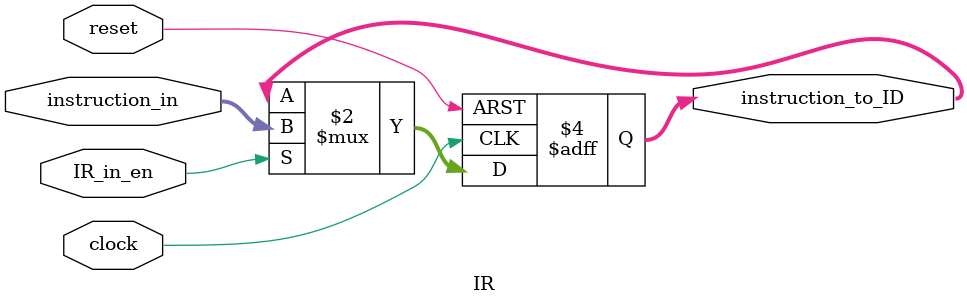
<source format=v>
module IR(
    input clock,
    input reset,
    input IR_in_en,
    input [15:0] instruction_in,
    output reg [15:0] instruction_to_ID
);


    always @(posedge clock or posedge reset) begin
        if (reset) begin
            instruction_to_ID <= 16'b0;
        end
        else if(IR_in_en) begin
            instruction_to_ID <= instruction_in;
        end
    end




endmodule
</source>
